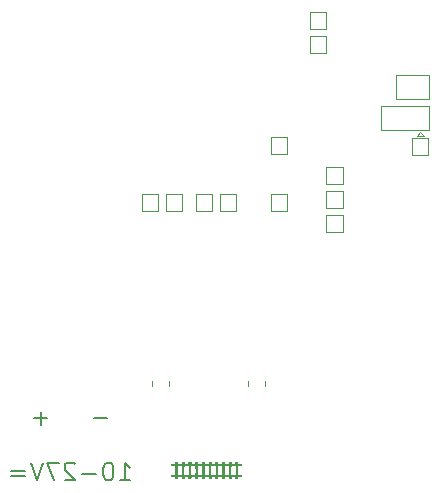
<source format=gbo>
G04 #@! TF.GenerationSoftware,KiCad,Pcbnew,7.0.10*
G04 #@! TF.CreationDate,2024-01-13T20:14:55+01:00*
G04 #@! TF.ProjectId,drv8323shield,64727638-3332-4337-9368-69656c642e6b,A*
G04 #@! TF.SameCoordinates,Original*
G04 #@! TF.FileFunction,Legend,Bot*
G04 #@! TF.FilePolarity,Positive*
%FSLAX46Y46*%
G04 Gerber Fmt 4.6, Leading zero omitted, Abs format (unit mm)*
G04 Created by KiCad (PCBNEW 7.0.10) date 2024-01-13 20:14:55*
%MOMM*%
%LPD*%
G01*
G04 APERTURE LIST*
%ADD10C,0.150000*%
%ADD11C,0.120000*%
G04 APERTURE END LIST*
D10*
X95832826Y-85851200D02*
X96975684Y-85851200D01*
X90752826Y-85851200D02*
X91895684Y-85851200D01*
X91324255Y-86422628D02*
X91324255Y-85279771D01*
X98067284Y-91110128D02*
X98924427Y-91110128D01*
X98495856Y-91110128D02*
X98495856Y-89610128D01*
X98495856Y-89610128D02*
X98638713Y-89824414D01*
X98638713Y-89824414D02*
X98781570Y-89967271D01*
X98781570Y-89967271D02*
X98924427Y-90038700D01*
X97138713Y-89610128D02*
X96995856Y-89610128D01*
X96995856Y-89610128D02*
X96852999Y-89681557D01*
X96852999Y-89681557D02*
X96781571Y-89752985D01*
X96781571Y-89752985D02*
X96710142Y-89895842D01*
X96710142Y-89895842D02*
X96638713Y-90181557D01*
X96638713Y-90181557D02*
X96638713Y-90538700D01*
X96638713Y-90538700D02*
X96710142Y-90824414D01*
X96710142Y-90824414D02*
X96781571Y-90967271D01*
X96781571Y-90967271D02*
X96852999Y-91038700D01*
X96852999Y-91038700D02*
X96995856Y-91110128D01*
X96995856Y-91110128D02*
X97138713Y-91110128D01*
X97138713Y-91110128D02*
X97281571Y-91038700D01*
X97281571Y-91038700D02*
X97352999Y-90967271D01*
X97352999Y-90967271D02*
X97424428Y-90824414D01*
X97424428Y-90824414D02*
X97495856Y-90538700D01*
X97495856Y-90538700D02*
X97495856Y-90181557D01*
X97495856Y-90181557D02*
X97424428Y-89895842D01*
X97424428Y-89895842D02*
X97352999Y-89752985D01*
X97352999Y-89752985D02*
X97281571Y-89681557D01*
X97281571Y-89681557D02*
X97138713Y-89610128D01*
X95995857Y-90538700D02*
X94853000Y-90538700D01*
X94210142Y-89752985D02*
X94138714Y-89681557D01*
X94138714Y-89681557D02*
X93995857Y-89610128D01*
X93995857Y-89610128D02*
X93638714Y-89610128D01*
X93638714Y-89610128D02*
X93495857Y-89681557D01*
X93495857Y-89681557D02*
X93424428Y-89752985D01*
X93424428Y-89752985D02*
X93352999Y-89895842D01*
X93352999Y-89895842D02*
X93352999Y-90038700D01*
X93352999Y-90038700D02*
X93424428Y-90252985D01*
X93424428Y-90252985D02*
X94281571Y-91110128D01*
X94281571Y-91110128D02*
X93352999Y-91110128D01*
X92853000Y-89610128D02*
X91853000Y-89610128D01*
X91853000Y-89610128D02*
X92495857Y-91110128D01*
X91495857Y-89610128D02*
X90995857Y-91110128D01*
X90995857Y-91110128D02*
X90495857Y-89610128D01*
X89995858Y-90324414D02*
X88853001Y-90324414D01*
X88853001Y-90752985D02*
X89995858Y-90752985D01*
D11*
X103316000Y-68264000D02*
X103316000Y-66864000D01*
X103316000Y-66864000D02*
X101916000Y-66864000D01*
X101916000Y-68264000D02*
X103316000Y-68264000D01*
X101916000Y-66864000D02*
X101916000Y-68264000D01*
X121424000Y-56785000D02*
X121424000Y-58785000D01*
X121424000Y-58785000D02*
X124224000Y-58785000D01*
X124224000Y-56785000D02*
X121424000Y-56785000D01*
X124224000Y-58785000D02*
X124224000Y-56785000D01*
X112206000Y-63438000D02*
X112206000Y-62038000D01*
X112206000Y-62038000D02*
X110806000Y-62038000D01*
X110806000Y-63438000D02*
X112206000Y-63438000D01*
X110806000Y-62038000D02*
X110806000Y-63438000D01*
G36*
X108050174Y-90304483D02*
G01*
X108050675Y-90367125D01*
X108051487Y-90428664D01*
X108052593Y-90487202D01*
X108053976Y-90540838D01*
X108055618Y-90587673D01*
X108057502Y-90625806D01*
X108059610Y-90653337D01*
X108063778Y-90693972D01*
X108237258Y-90695634D01*
X108410738Y-90697296D01*
X108410738Y-90778467D01*
X108410738Y-90859638D01*
X108245073Y-90859638D01*
X108079407Y-90859638D01*
X108079407Y-90934413D01*
X108079407Y-91009188D01*
X108024706Y-91011192D01*
X108018502Y-91011393D01*
X107989709Y-91011852D01*
X107957027Y-91011795D01*
X107923189Y-91011291D01*
X107890926Y-91010412D01*
X107862970Y-91009227D01*
X107842054Y-91007806D01*
X107830908Y-91006220D01*
X107827523Y-91001826D01*
X107824971Y-90988766D01*
X107823541Y-90965833D01*
X107823094Y-90931727D01*
X107823094Y-90859638D01*
X107666805Y-90859638D01*
X107510517Y-90859638D01*
X107510517Y-90933728D01*
X107510517Y-91007817D01*
X107440187Y-91010660D01*
X107421453Y-91011245D01*
X107383032Y-91011669D01*
X107345077Y-91011252D01*
X107313594Y-91010026D01*
X107257330Y-91006549D01*
X107255568Y-90933094D01*
X107253807Y-90859638D01*
X107097717Y-90859638D01*
X106941627Y-90859638D01*
X106941627Y-90933728D01*
X106941627Y-91007817D01*
X106871297Y-91010660D01*
X106852563Y-91011245D01*
X106814143Y-91011669D01*
X106776187Y-91011252D01*
X106744704Y-91010026D01*
X106688440Y-91006549D01*
X106686678Y-90933094D01*
X106684917Y-90859638D01*
X106528827Y-90859638D01*
X106372737Y-90859638D01*
X106372737Y-90933728D01*
X106372737Y-91007817D01*
X106302407Y-91010660D01*
X106283673Y-91011245D01*
X106245253Y-91011669D01*
X106207297Y-91011252D01*
X106175814Y-91010026D01*
X106119550Y-91006549D01*
X106119550Y-90933087D01*
X106119550Y-90859624D01*
X105961698Y-90859631D01*
X105803847Y-90859638D01*
X105803847Y-90933837D01*
X105803847Y-91008036D01*
X105739769Y-91010831D01*
X105729441Y-91011220D01*
X105690830Y-91011947D01*
X105650176Y-91011843D01*
X105614738Y-91010905D01*
X105553786Y-91008184D01*
X105553786Y-90933911D01*
X105553786Y-90859638D01*
X105394371Y-90859638D01*
X105234957Y-90859638D01*
X105234957Y-90933911D01*
X105234957Y-91008184D01*
X105174005Y-91010905D01*
X105164111Y-91011282D01*
X105126299Y-91011964D01*
X105085500Y-91011812D01*
X105048974Y-91010831D01*
X104984896Y-91008036D01*
X104984896Y-90933837D01*
X104984896Y-90859638D01*
X104827044Y-90859631D01*
X104669193Y-90859624D01*
X104669193Y-90933087D01*
X104669193Y-91006549D01*
X104612929Y-91010026D01*
X104597184Y-91010784D01*
X104561477Y-91011579D01*
X104522525Y-91011547D01*
X104486335Y-91010660D01*
X104416006Y-91007817D01*
X104416006Y-90933728D01*
X104416006Y-90859638D01*
X104259915Y-90859638D01*
X104103825Y-90859638D01*
X104102064Y-90933094D01*
X104100303Y-91006549D01*
X104044039Y-91010026D01*
X104028294Y-91010784D01*
X103992587Y-91011579D01*
X103953635Y-91011547D01*
X103917445Y-91010660D01*
X103847116Y-91007817D01*
X103847116Y-90933728D01*
X103847116Y-90859638D01*
X103691025Y-90859638D01*
X103534935Y-90859638D01*
X103533174Y-90933094D01*
X103531413Y-91006549D01*
X103475149Y-91010026D01*
X103459404Y-91010784D01*
X103423697Y-91011579D01*
X103384745Y-91011547D01*
X103348555Y-91010660D01*
X103278226Y-91007817D01*
X103278226Y-90933728D01*
X103278226Y-90859638D01*
X103122136Y-90859638D01*
X102966045Y-90859638D01*
X102964284Y-90933094D01*
X102962523Y-91006549D01*
X102906259Y-91010026D01*
X102890514Y-91010784D01*
X102854807Y-91011579D01*
X102815855Y-91011547D01*
X102779665Y-91010660D01*
X102709336Y-91007817D01*
X102709336Y-90933728D01*
X102709336Y-90859638D01*
X102559299Y-90859638D01*
X102409262Y-90859638D01*
X102409262Y-90778475D01*
X102409262Y-90697313D01*
X102567113Y-90695643D01*
X102724964Y-90693972D01*
X102729179Y-90653337D01*
X102730598Y-90636402D01*
X102732500Y-90602364D01*
X102734183Y-90558982D01*
X102735629Y-90508133D01*
X102736821Y-90451690D01*
X102737741Y-90391531D01*
X102738371Y-90329529D01*
X102738694Y-90267561D01*
X102738693Y-90224661D01*
X102936050Y-90224661D01*
X102936090Y-90287010D01*
X102936456Y-90350775D01*
X102937134Y-90413969D01*
X102938107Y-90474603D01*
X102939361Y-90530688D01*
X102940882Y-90580238D01*
X102942654Y-90621263D01*
X102944663Y-90651774D01*
X102948574Y-90697098D01*
X103119230Y-90697098D01*
X103135277Y-90697095D01*
X103182713Y-90697003D01*
X103219447Y-90696723D01*
X103246875Y-90696166D01*
X103266390Y-90695244D01*
X103279387Y-90693870D01*
X103287262Y-90691956D01*
X103291408Y-90689415D01*
X103293220Y-90686158D01*
X103294002Y-90682626D01*
X103296023Y-90665873D01*
X103298120Y-90639074D01*
X103300225Y-90603976D01*
X103302269Y-90562325D01*
X103304184Y-90515868D01*
X103305902Y-90466352D01*
X103307353Y-90415525D01*
X103308471Y-90365132D01*
X103309003Y-90329213D01*
X103507060Y-90329213D01*
X103507182Y-90388580D01*
X103507478Y-90445296D01*
X103507951Y-90497847D01*
X103508604Y-90544720D01*
X103509441Y-90584403D01*
X103510465Y-90615382D01*
X103511679Y-90636146D01*
X103516951Y-90697098D01*
X103688001Y-90697098D01*
X103859052Y-90697098D01*
X103862557Y-90676781D01*
X103863586Y-90669552D01*
X103865846Y-90645877D01*
X103868127Y-90612582D01*
X103870353Y-90571632D01*
X103872448Y-90524989D01*
X103874334Y-90474619D01*
X103875934Y-90422483D01*
X103877173Y-90370545D01*
X103877579Y-90345270D01*
X104076004Y-90345270D01*
X104076145Y-90403990D01*
X104076449Y-90459729D01*
X104076920Y-90511023D01*
X104077562Y-90556402D01*
X104078378Y-90594403D01*
X104079372Y-90623556D01*
X104080547Y-90642397D01*
X104085796Y-90697098D01*
X104256424Y-90697098D01*
X104427051Y-90697098D01*
X104430602Y-90679906D01*
X104431146Y-90675813D01*
X104432452Y-90659464D01*
X104434071Y-90633149D01*
X104435916Y-90598511D01*
X104437903Y-90557195D01*
X104439946Y-90510847D01*
X104441959Y-90461109D01*
X104443188Y-90428196D01*
X104445229Y-90363566D01*
X104446332Y-90308549D01*
X104640410Y-90308549D01*
X104640854Y-90378496D01*
X104641808Y-90446134D01*
X104643274Y-90509527D01*
X104645249Y-90566742D01*
X104647734Y-90615845D01*
X104650728Y-90654900D01*
X104654833Y-90697098D01*
X104825298Y-90697098D01*
X104995763Y-90697098D01*
X104999577Y-90673655D01*
X105000063Y-90669650D01*
X105001390Y-90652573D01*
X105003004Y-90625518D01*
X105004819Y-90590214D01*
X105006750Y-90548388D01*
X105008710Y-90501772D01*
X105010612Y-90452093D01*
X105012283Y-90393925D01*
X105013267Y-90331035D01*
X105013568Y-90266133D01*
X105013469Y-90247527D01*
X105207236Y-90247527D01*
X105207271Y-90266133D01*
X105207365Y-90315275D01*
X105208226Y-90381397D01*
X105209858Y-90443911D01*
X105210479Y-90461917D01*
X105212281Y-90510681D01*
X105214125Y-90556072D01*
X105215928Y-90596264D01*
X105217604Y-90629433D01*
X105219069Y-90653754D01*
X105220238Y-90667403D01*
X105224065Y-90697098D01*
X105394371Y-90697098D01*
X105564678Y-90697098D01*
X105568559Y-90667403D01*
X105568958Y-90663707D01*
X105570261Y-90645898D01*
X105571830Y-90618088D01*
X105573580Y-90582097D01*
X105575426Y-90539746D01*
X105577282Y-90492854D01*
X105579063Y-90443242D01*
X105580704Y-90381147D01*
X105581590Y-90314042D01*
X105581710Y-90245429D01*
X105581684Y-90242505D01*
X105775317Y-90242505D01*
X105775323Y-90245429D01*
X105775473Y-90313118D01*
X105776463Y-90382805D01*
X105778327Y-90449607D01*
X105779248Y-90474747D01*
X105781160Y-90523417D01*
X105783083Y-90568166D01*
X105784934Y-90607279D01*
X105786630Y-90639042D01*
X105788086Y-90661739D01*
X105789220Y-90673655D01*
X105792942Y-90697098D01*
X105963426Y-90697098D01*
X106133910Y-90697098D01*
X106137970Y-90654900D01*
X106139550Y-90636584D01*
X106142500Y-90589886D01*
X106144883Y-90534376D01*
X106146699Y-90471989D01*
X106147949Y-90404662D01*
X106148633Y-90334332D01*
X106148731Y-90276280D01*
X106342213Y-90276280D01*
X106342883Y-90329580D01*
X106344417Y-90389135D01*
X106346814Y-90458056D01*
X106347973Y-90487818D01*
X106349987Y-90536133D01*
X106351984Y-90580101D01*
X106353880Y-90618092D01*
X106355592Y-90648476D01*
X106357037Y-90669624D01*
X106358131Y-90679906D01*
X106361692Y-90697098D01*
X106532319Y-90697098D01*
X106702946Y-90697098D01*
X106708196Y-90642397D01*
X106708872Y-90633272D01*
X106709946Y-90608511D01*
X106710840Y-90574253D01*
X106711559Y-90531965D01*
X106712106Y-90483113D01*
X106712483Y-90429165D01*
X106712696Y-90371586D01*
X106712747Y-90311843D01*
X106712677Y-90272640D01*
X106910458Y-90272640D01*
X106910600Y-90304128D01*
X106910708Y-90311843D01*
X106911250Y-90350425D01*
X106912354Y-90400144D01*
X106913834Y-90451294D01*
X106915612Y-90501884D01*
X106917611Y-90549925D01*
X106919753Y-90593425D01*
X106921959Y-90630395D01*
X106924153Y-90658843D01*
X106926256Y-90676781D01*
X106929690Y-90697098D01*
X107100741Y-90697098D01*
X107271792Y-90697098D01*
X107277064Y-90636146D01*
X107277087Y-90635873D01*
X107278304Y-90614849D01*
X107279331Y-90583649D01*
X107280171Y-90543785D01*
X107280827Y-90496769D01*
X107281303Y-90444113D01*
X107281601Y-90387328D01*
X107281725Y-90327927D01*
X107281686Y-90278245D01*
X107479388Y-90278245D01*
X107479601Y-90319606D01*
X107479721Y-90327927D01*
X107480303Y-90368391D01*
X107481426Y-90419358D01*
X107482897Y-90470671D01*
X107484647Y-90520495D01*
X107486603Y-90566994D01*
X107488695Y-90608333D01*
X107490852Y-90642676D01*
X107493002Y-90668187D01*
X107495075Y-90683032D01*
X107498252Y-90697098D01*
X107669434Y-90697098D01*
X107840615Y-90697098D01*
X107845920Y-90623643D01*
X107846215Y-90619197D01*
X107847402Y-90592774D01*
X107848382Y-90556725D01*
X107849160Y-90512630D01*
X107849739Y-90462070D01*
X107850124Y-90406627D01*
X107850319Y-90347879D01*
X107850327Y-90287409D01*
X107850153Y-90226796D01*
X107849801Y-90167621D01*
X107849275Y-90111465D01*
X107848578Y-90059908D01*
X107847714Y-90014531D01*
X107846689Y-89976914D01*
X107845505Y-89948639D01*
X107844167Y-89931285D01*
X107838723Y-89887524D01*
X107668887Y-89885862D01*
X107499051Y-89884199D01*
X107495335Y-89901490D01*
X107493108Y-89916325D01*
X107490559Y-89943405D01*
X107488088Y-89979451D01*
X107485776Y-90022574D01*
X107483702Y-90070886D01*
X107481946Y-90122497D01*
X107480589Y-90175520D01*
X107479709Y-90228065D01*
X107479388Y-90278245D01*
X107281686Y-90278245D01*
X107281678Y-90267421D01*
X107281464Y-90207323D01*
X107281085Y-90149143D01*
X107280545Y-90094395D01*
X107279847Y-90044589D01*
X107278995Y-90001238D01*
X107277991Y-89965854D01*
X107276839Y-89939948D01*
X107275542Y-89925033D01*
X107269785Y-89887524D01*
X107100021Y-89885862D01*
X106930257Y-89884199D01*
X106926427Y-89907742D01*
X106925428Y-89914695D01*
X106922718Y-89941154D01*
X106920059Y-89977156D01*
X106917545Y-90020541D01*
X106915271Y-90069150D01*
X106913330Y-90120824D01*
X106911818Y-90173403D01*
X106910829Y-90224728D01*
X106910458Y-90272640D01*
X106712677Y-90272640D01*
X106712639Y-90251403D01*
X106712376Y-90191733D01*
X106711962Y-90134298D01*
X106711400Y-90080567D01*
X106710694Y-90032005D01*
X106709846Y-89990078D01*
X106708860Y-89956255D01*
X106707741Y-89932000D01*
X106706491Y-89918782D01*
X106700793Y-89887524D01*
X106531238Y-89885862D01*
X106361682Y-89884200D01*
X106358240Y-89904617D01*
X106357195Y-89914193D01*
X106355579Y-89935210D01*
X106353628Y-89965132D01*
X106351457Y-90002049D01*
X106349184Y-90044047D01*
X106346927Y-90089215D01*
X106345403Y-90122835D01*
X106343473Y-90176016D01*
X106342410Y-90226129D01*
X106342265Y-90262936D01*
X106342213Y-90276280D01*
X106148731Y-90276280D01*
X106148753Y-90262936D01*
X106148309Y-90192411D01*
X106147302Y-90124693D01*
X106145733Y-90061718D01*
X106143603Y-90005424D01*
X106140912Y-89957747D01*
X106137662Y-89920624D01*
X106133564Y-89884398D01*
X105963304Y-89884398D01*
X105793043Y-89884398D01*
X105789073Y-89913369D01*
X105785672Y-89944058D01*
X105782247Y-89989940D01*
X105779460Y-90044683D01*
X105777349Y-90106330D01*
X105775955Y-90172923D01*
X105775317Y-90242505D01*
X105581684Y-90242505D01*
X105581104Y-90177308D01*
X105579811Y-90111680D01*
X105577871Y-90050543D01*
X105575324Y-89995900D01*
X105572209Y-89949750D01*
X105568566Y-89914093D01*
X105564678Y-89884398D01*
X105394371Y-89884398D01*
X105224065Y-89884398D01*
X105220159Y-89914093D01*
X105219685Y-89917828D01*
X105216229Y-89953729D01*
X105213274Y-89999892D01*
X105210858Y-90054334D01*
X105209021Y-90115075D01*
X105207801Y-90180133D01*
X105207236Y-90247527D01*
X105013469Y-90247527D01*
X105013222Y-90201034D01*
X105012266Y-90137550D01*
X105010736Y-90077496D01*
X105008670Y-90022684D01*
X105006103Y-89974929D01*
X105003073Y-89936043D01*
X104999616Y-89907841D01*
X104995763Y-89884398D01*
X104825392Y-89884398D01*
X104655021Y-89884398D01*
X104650513Y-89926488D01*
X104648518Y-89948703D01*
X104645882Y-89991882D01*
X104643761Y-90044358D01*
X104642153Y-90104198D01*
X104641060Y-90169466D01*
X104640479Y-90238228D01*
X104640464Y-90253970D01*
X104640410Y-90308549D01*
X104446332Y-90308549D01*
X104446371Y-90306593D01*
X104446615Y-90253970D01*
X104445961Y-90202392D01*
X104444407Y-90148551D01*
X104441955Y-90089142D01*
X104439758Y-90043396D01*
X104437534Y-90000982D01*
X104435393Y-89963759D01*
X104433446Y-89933552D01*
X104431805Y-89912188D01*
X104430579Y-89901491D01*
X104427013Y-89884200D01*
X104257481Y-89885862D01*
X104087949Y-89887524D01*
X104082252Y-89918782D01*
X104081540Y-89924689D01*
X104080362Y-89944230D01*
X104079317Y-89973991D01*
X104078408Y-90012505D01*
X104077638Y-90058305D01*
X104077011Y-90109925D01*
X104076531Y-90165898D01*
X104076201Y-90224758D01*
X104076053Y-90275119D01*
X104076024Y-90285037D01*
X104076004Y-90345270D01*
X103877579Y-90345270D01*
X103877973Y-90320770D01*
X103878258Y-90275119D01*
X103878253Y-90269745D01*
X103877826Y-90218271D01*
X103876764Y-90164285D01*
X103875160Y-90109932D01*
X103873108Y-90057358D01*
X103870700Y-90008707D01*
X103868031Y-89966124D01*
X103865193Y-89931754D01*
X103862280Y-89907742D01*
X103858486Y-89884199D01*
X103688722Y-89885862D01*
X103518957Y-89887524D01*
X103513247Y-89925033D01*
X103513224Y-89925188D01*
X103511934Y-89940345D01*
X103510787Y-89966465D01*
X103509787Y-90002037D01*
X103508937Y-90045546D01*
X103508241Y-90095480D01*
X103507702Y-90150327D01*
X103507323Y-90208573D01*
X103507108Y-90268706D01*
X103507105Y-90272640D01*
X103507060Y-90329213D01*
X103309003Y-90329213D01*
X103309185Y-90316922D01*
X103309427Y-90272640D01*
X103309261Y-90237826D01*
X103308518Y-90185426D01*
X103307256Y-90132172D01*
X103305557Y-90079974D01*
X103303503Y-90030739D01*
X103301178Y-89986376D01*
X103298663Y-89948791D01*
X103296040Y-89919893D01*
X103293393Y-89901590D01*
X103289735Y-89884398D01*
X103122109Y-89884398D01*
X103088294Y-89884429D01*
X103044690Y-89884634D01*
X103011351Y-89885098D01*
X102986910Y-89885898D01*
X102970001Y-89887110D01*
X102959258Y-89888811D01*
X102953315Y-89891076D01*
X102950805Y-89893983D01*
X102949300Y-89902816D01*
X102947264Y-89922067D01*
X102944901Y-89949542D01*
X102942395Y-89983094D01*
X102939931Y-90020576D01*
X102939448Y-90029197D01*
X102938035Y-90065997D01*
X102937008Y-90112166D01*
X102936351Y-90165717D01*
X102936050Y-90224661D01*
X102738693Y-90224661D01*
X102738693Y-90207501D01*
X102738349Y-90151225D01*
X102737645Y-90100608D01*
X102736563Y-90057527D01*
X102735087Y-90023855D01*
X102734976Y-90021988D01*
X102732559Y-89984156D01*
X102730100Y-89950336D01*
X102727776Y-89922648D01*
X102725762Y-89903208D01*
X102724237Y-89894135D01*
X102723539Y-89892824D01*
X102719835Y-89890066D01*
X102712188Y-89887971D01*
X102699171Y-89886452D01*
X102679359Y-89885423D01*
X102651325Y-89884795D01*
X102613641Y-89884483D01*
X102564881Y-89884398D01*
X102409262Y-89884398D01*
X102409262Y-89806254D01*
X102409262Y-89728110D01*
X102559299Y-89728110D01*
X102709336Y-89728110D01*
X102709336Y-89657161D01*
X102709336Y-89586213D01*
X102773414Y-89582304D01*
X102783166Y-89581788D01*
X102822463Y-89580768D01*
X102864455Y-89580942D01*
X102901570Y-89582309D01*
X102965649Y-89586224D01*
X102965649Y-89657167D01*
X102965649Y-89728110D01*
X103121937Y-89728110D01*
X103278226Y-89728110D01*
X103278226Y-89657161D01*
X103278226Y-89586213D01*
X103342304Y-89582304D01*
X103352056Y-89581788D01*
X103391353Y-89580768D01*
X103433345Y-89580942D01*
X103470460Y-89582309D01*
X103534539Y-89586224D01*
X103534539Y-89657167D01*
X103534539Y-89728110D01*
X103690827Y-89728110D01*
X103847116Y-89728110D01*
X103847116Y-89657161D01*
X103847116Y-89586213D01*
X103911194Y-89582304D01*
X103920946Y-89581788D01*
X103960243Y-89580768D01*
X104002235Y-89580942D01*
X104039350Y-89582309D01*
X104103429Y-89586224D01*
X104103429Y-89657167D01*
X104103429Y-89728110D01*
X104259717Y-89728110D01*
X104416006Y-89728110D01*
X104416006Y-89657161D01*
X104416006Y-89586213D01*
X104480084Y-89582304D01*
X104489836Y-89581788D01*
X104529133Y-89580768D01*
X104571125Y-89580942D01*
X104608240Y-89582309D01*
X104672319Y-89586224D01*
X104672319Y-89657167D01*
X104672319Y-89728110D01*
X104828607Y-89728110D01*
X104984896Y-89728110D01*
X104984896Y-89657167D01*
X104984896Y-89586224D01*
X105049686Y-89582260D01*
X105061134Y-89581663D01*
X105099688Y-89580688D01*
X105139900Y-89580884D01*
X105174716Y-89582253D01*
X105234957Y-89586210D01*
X105234957Y-89657160D01*
X105234957Y-89728110D01*
X105394371Y-89728110D01*
X105553786Y-89728110D01*
X105553786Y-89657160D01*
X105553786Y-89586210D01*
X105614026Y-89582253D01*
X105624790Y-89581657D01*
X105662226Y-89580686D01*
X105702666Y-89580887D01*
X105739057Y-89582260D01*
X105803847Y-89586224D01*
X105803847Y-89657167D01*
X105803847Y-89728110D01*
X105959931Y-89728110D01*
X106116014Y-89728110D01*
X106117782Y-89657780D01*
X106119550Y-89587450D01*
X106169562Y-89583142D01*
X106189595Y-89581953D01*
X106223096Y-89581185D01*
X106260277Y-89581333D01*
X106296156Y-89582425D01*
X106372737Y-89586018D01*
X106372737Y-89657064D01*
X106372737Y-89728110D01*
X106529025Y-89728110D01*
X106685314Y-89728110D01*
X106685314Y-89657161D01*
X106685314Y-89586213D01*
X106749392Y-89582304D01*
X106759144Y-89581788D01*
X106798441Y-89580768D01*
X106840433Y-89580942D01*
X106877549Y-89582309D01*
X106941627Y-89586224D01*
X106941627Y-89657167D01*
X106941627Y-89728110D01*
X107097915Y-89728110D01*
X107254204Y-89728110D01*
X107254204Y-89657161D01*
X107254204Y-89586213D01*
X107318282Y-89582304D01*
X107328034Y-89581788D01*
X107367331Y-89580768D01*
X107409323Y-89580942D01*
X107446439Y-89582309D01*
X107510517Y-89586224D01*
X107510517Y-89657167D01*
X107510517Y-89728110D01*
X107666805Y-89728110D01*
X107823094Y-89728110D01*
X107823094Y-89657167D01*
X107823094Y-89586224D01*
X107887172Y-89582309D01*
X107896924Y-89581793D01*
X107936221Y-89580769D01*
X107978213Y-89580939D01*
X108015329Y-89582304D01*
X108079407Y-89586213D01*
X108079407Y-89657161D01*
X108079407Y-89728110D01*
X108245073Y-89728110D01*
X108410738Y-89728110D01*
X108410738Y-89806254D01*
X108410738Y-89884398D01*
X108239490Y-89884398D01*
X108213555Y-89884417D01*
X108167188Y-89884603D01*
X108131385Y-89885044D01*
X108104829Y-89885811D01*
X108086205Y-89886970D01*
X108074195Y-89888591D01*
X108067483Y-89890741D01*
X108064753Y-89893491D01*
X108064677Y-89893709D01*
X108063183Y-89903300D01*
X108061179Y-89923143D01*
X108058842Y-89951140D01*
X108056347Y-89985194D01*
X108053871Y-90023210D01*
X108052942Y-90041246D01*
X108051627Y-90080898D01*
X108050711Y-90128948D01*
X108050174Y-90183495D01*
X108050001Y-90242640D01*
X108050126Y-90287409D01*
X108050174Y-90304483D01*
G37*
X115508000Y-54929000D02*
X115508000Y-53529000D01*
X115508000Y-53529000D02*
X114108000Y-53529000D01*
X114108000Y-54929000D02*
X115508000Y-54929000D01*
X114108000Y-53529000D02*
X114108000Y-54929000D01*
X115505000Y-65978000D02*
X116905000Y-65978000D01*
X116905000Y-65978000D02*
X116905000Y-64578000D01*
X115505000Y-64578000D02*
X115505000Y-65978000D01*
X116905000Y-64578000D02*
X115505000Y-64578000D01*
X101284000Y-68264000D02*
X101284000Y-66864000D01*
X101284000Y-66864000D02*
X99884000Y-66864000D01*
X99884000Y-68264000D02*
X101284000Y-68264000D01*
X99884000Y-66864000D02*
X99884000Y-68264000D01*
X116905000Y-70042000D02*
X116905000Y-68642000D01*
X116905000Y-68642000D02*
X115505000Y-68642000D01*
X115505000Y-70042000D02*
X116905000Y-70042000D01*
X115505000Y-68642000D02*
X115505000Y-70042000D01*
X112206000Y-68264000D02*
X112206000Y-66864000D01*
X112206000Y-66864000D02*
X110806000Y-66864000D01*
X110806000Y-68264000D02*
X112206000Y-68264000D01*
X110806000Y-66864000D02*
X110806000Y-68264000D01*
X124144000Y-63565000D02*
X124144000Y-62165000D01*
X124144000Y-62165000D02*
X122744000Y-62165000D01*
X122744000Y-63565000D02*
X124144000Y-63565000D01*
X122744000Y-62165000D02*
X122744000Y-63565000D01*
X107888000Y-68264000D02*
X107888000Y-66864000D01*
X107888000Y-66864000D02*
X106488000Y-66864000D01*
X106488000Y-68264000D02*
X107888000Y-68264000D01*
X106488000Y-66864000D02*
X106488000Y-68264000D01*
X100738000Y-83158064D02*
X100738000Y-82703936D01*
X102208000Y-83158064D02*
X102208000Y-82703936D01*
X115508000Y-52897000D02*
X115508000Y-51497000D01*
X115508000Y-51497000D02*
X114108000Y-51497000D01*
X114108000Y-52897000D02*
X115508000Y-52897000D01*
X114108000Y-51497000D02*
X114108000Y-52897000D01*
X124224000Y-61452000D02*
X124224000Y-59452000D01*
X124224000Y-59452000D02*
X120124000Y-59452000D01*
X123774000Y-61952000D02*
X123174000Y-61952000D01*
X123474000Y-61652000D02*
X123774000Y-61952000D01*
X123474000Y-61652000D02*
X123174000Y-61952000D01*
X120124000Y-61452000D02*
X124224000Y-61452000D01*
X120124000Y-59452000D02*
X120124000Y-61452000D01*
X105856000Y-68264000D02*
X105856000Y-66864000D01*
X105856000Y-66864000D02*
X104456000Y-66864000D01*
X104456000Y-68264000D02*
X105856000Y-68264000D01*
X104456000Y-66864000D02*
X104456000Y-68264000D01*
X108866000Y-83158064D02*
X108866000Y-82703936D01*
X110336000Y-83158064D02*
X110336000Y-82703936D01*
X116905000Y-68010000D02*
X116905000Y-66610000D01*
X116905000Y-66610000D02*
X115505000Y-66610000D01*
X115505000Y-68010000D02*
X116905000Y-68010000D01*
X115505000Y-66610000D02*
X115505000Y-68010000D01*
M02*

</source>
